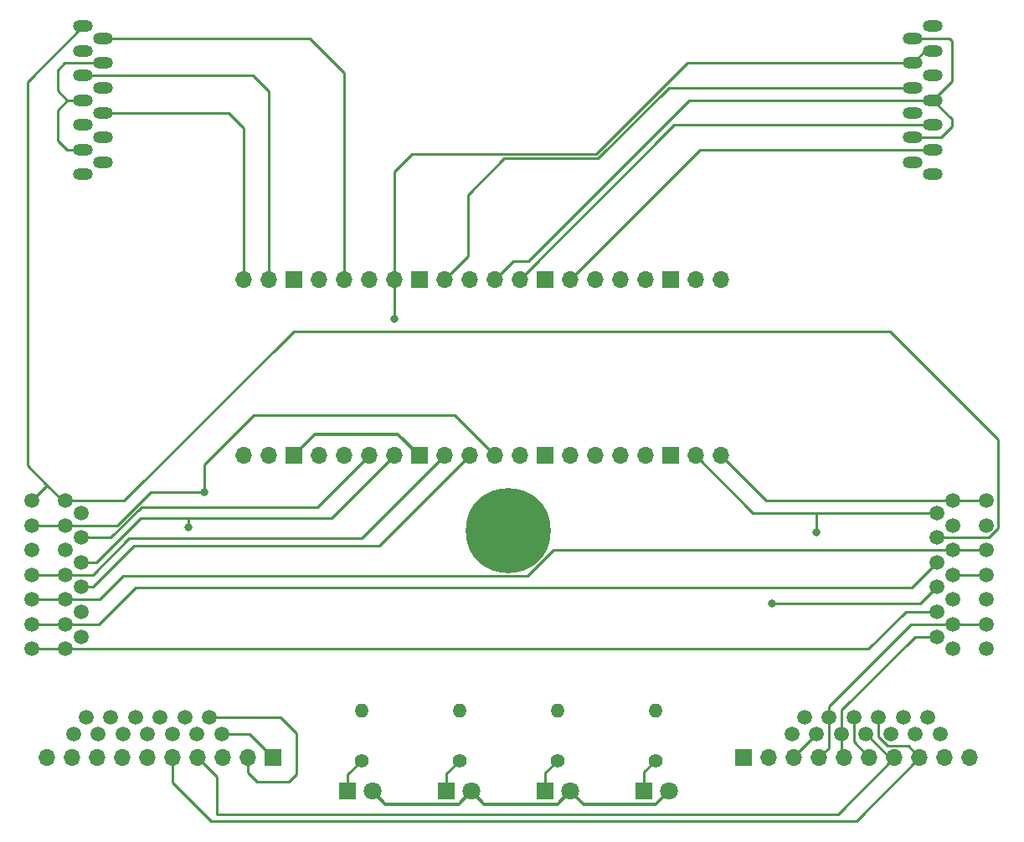
<source format=gtl>
G04 #@! TF.GenerationSoftware,KiCad,Pcbnew,9.0.1-9.0.1-0~ubuntu22.04.1*
G04 #@! TF.CreationDate,2025-04-10T12:51:45-07:00*
G04 #@! TF.ProjectId,kicad_port,6b696361-645f-4706-9f72-742e6b696361,rev?*
G04 #@! TF.SameCoordinates,Original*
G04 #@! TF.FileFunction,Copper,L1,Top*
G04 #@! TF.FilePolarity,Positive*
%FSLAX46Y46*%
G04 Gerber Fmt 4.6, Leading zero omitted, Abs format (unit mm)*
G04 Created by KiCad (PCBNEW 9.0.1-9.0.1-0~ubuntu22.04.1) date 2025-04-10 12:51:45*
%MOMM*%
%LPD*%
G01*
G04 APERTURE LIST*
G04 #@! TA.AperFunction,ComponentPad*
%ADD10O,1.400000X1.400000*%
G04 #@! TD*
G04 #@! TA.AperFunction,ComponentPad*
%ADD11C,1.400000*%
G04 #@! TD*
G04 #@! TA.AperFunction,ComponentPad*
%ADD12O,1.700000X1.700000*%
G04 #@! TD*
G04 #@! TA.AperFunction,ComponentPad*
%ADD13R,1.700000X1.700000*%
G04 #@! TD*
G04 #@! TA.AperFunction,ComponentPad*
%ADD14R,1.800000X1.800000*%
G04 #@! TD*
G04 #@! TA.AperFunction,ComponentPad*
%ADD15C,1.800000*%
G04 #@! TD*
G04 #@! TA.AperFunction,ComponentPad*
%ADD16C,8.600000*%
G04 #@! TD*
G04 #@! TA.AperFunction,ComponentPad*
%ADD17O,2.000000X1.200000*%
G04 #@! TD*
G04 #@! TA.AperFunction,ComponentPad*
%ADD18C,1.511200*%
G04 #@! TD*
G04 #@! TA.AperFunction,ViaPad*
%ADD19C,0.800000*%
G04 #@! TD*
G04 #@! TA.AperFunction,Conductor*
%ADD20C,0.250000*%
G04 #@! TD*
G04 #@! TA.AperFunction,Conductor*
%ADD21C,0.375000*%
G04 #@! TD*
G04 APERTURE END LIST*
D10*
X135128000Y-124206000D03*
D11*
X135128000Y-129286000D03*
D12*
X171450000Y-98425000D03*
X168910000Y-98425000D03*
D13*
X166370000Y-98425000D03*
D12*
X163830000Y-98425000D03*
X161290000Y-98425000D03*
X158750000Y-98425000D03*
X156210000Y-98425000D03*
D13*
X153670000Y-98425000D03*
D12*
X151130000Y-98425000D03*
X148590000Y-98425000D03*
X146050000Y-98425000D03*
X143510000Y-98425000D03*
D13*
X140970000Y-98425000D03*
D12*
X138430000Y-98425000D03*
X135890000Y-98425000D03*
X133350000Y-98425000D03*
X130810000Y-98425000D03*
D13*
X128270000Y-98425000D03*
D12*
X125730000Y-98425000D03*
X123190000Y-98425000D03*
X123190000Y-80645000D03*
X125730000Y-80645000D03*
D13*
X128270000Y-80645000D03*
D12*
X130810000Y-80645000D03*
X133350000Y-80645000D03*
X135890000Y-80645000D03*
X138430000Y-80645000D03*
D13*
X140970000Y-80645000D03*
D12*
X143510000Y-80645000D03*
X146050000Y-80645000D03*
X148590000Y-80645000D03*
X151130000Y-80645000D03*
D13*
X153670000Y-80645000D03*
D12*
X156210000Y-80645000D03*
X158750000Y-80645000D03*
X161290000Y-80645000D03*
X163830000Y-80645000D03*
D13*
X166370000Y-80645000D03*
D12*
X168910000Y-80645000D03*
X171450000Y-80645000D03*
D14*
X133700000Y-132400000D03*
D15*
X136240000Y-132400000D03*
D14*
X143700000Y-132400000D03*
D15*
X146240000Y-132400000D03*
D14*
X153700000Y-132400000D03*
D15*
X156240000Y-132400000D03*
D14*
X163700000Y-132400000D03*
D15*
X166240000Y-132400000D03*
D16*
X150000000Y-106000000D03*
D17*
X192900000Y-55000000D03*
X190900000Y-56250000D03*
X192900000Y-57500000D03*
X190900000Y-58750000D03*
X192900000Y-60000000D03*
X190900000Y-61250000D03*
X192900000Y-62500000D03*
X190900000Y-63750000D03*
X192900000Y-65000000D03*
X190900000Y-66250000D03*
X192900000Y-67500000D03*
X190900000Y-68750000D03*
X192900000Y-70000000D03*
X107000000Y-70000000D03*
X109000000Y-68750000D03*
X107000000Y-67500000D03*
X109000000Y-66250000D03*
X107000000Y-65000000D03*
X109000000Y-63750000D03*
X107000000Y-62500000D03*
X109000000Y-61250000D03*
X107000000Y-60000000D03*
X109000000Y-58750000D03*
X107000000Y-57500000D03*
X109000000Y-56250000D03*
X107000000Y-55000000D03*
D18*
X198300000Y-103000000D03*
X194950000Y-103000000D03*
X193300000Y-104250000D03*
X198300000Y-105500000D03*
X194950000Y-105500000D03*
X193300000Y-106750000D03*
X198300000Y-108000000D03*
X194950000Y-108000000D03*
X193300000Y-109250000D03*
X198300000Y-110500000D03*
X194950000Y-110500000D03*
X193300000Y-111750000D03*
X198300000Y-113000000D03*
X194950000Y-113000000D03*
X193300000Y-114250000D03*
X198300000Y-115500000D03*
X194950000Y-115500000D03*
X193300000Y-116750000D03*
X198300000Y-118000000D03*
X194950000Y-118000000D03*
X101800000Y-118000000D03*
X105150000Y-118000000D03*
X106800000Y-116750000D03*
X101800000Y-115500000D03*
X105150000Y-115500000D03*
X106800000Y-114250000D03*
X101800000Y-113000000D03*
X105150000Y-113000000D03*
X106800000Y-111750000D03*
X101800000Y-110500000D03*
X105150000Y-110500000D03*
X106800000Y-109250000D03*
X101800000Y-108000000D03*
X105150000Y-108000000D03*
X106800000Y-106750000D03*
X101800000Y-105500000D03*
X105150000Y-105500000D03*
X106800000Y-104250000D03*
X101800000Y-103000000D03*
X105150000Y-103000000D03*
D13*
X173800000Y-129000000D03*
D12*
X176340000Y-129000000D03*
X178880000Y-129000000D03*
X181420000Y-129000000D03*
X183960000Y-129000000D03*
X186500000Y-129000000D03*
X189040000Y-129000000D03*
X191580000Y-129000000D03*
X194120000Y-129000000D03*
X196660000Y-129000000D03*
D13*
X126200000Y-129000000D03*
D12*
X123660000Y-129000000D03*
X121120000Y-129000000D03*
X118580000Y-129000000D03*
X116040000Y-129000000D03*
X113500000Y-129000000D03*
X110960000Y-129000000D03*
X108420000Y-129000000D03*
X105880000Y-129000000D03*
X103340000Y-129000000D03*
D11*
X154940000Y-129286000D03*
D10*
X154940000Y-124206000D03*
D18*
X178657000Y-126590000D03*
X179907000Y-124940000D03*
X181157000Y-126590000D03*
X182407000Y-124940000D03*
X183657000Y-126590000D03*
X184907000Y-124940000D03*
X186157000Y-126590000D03*
X187407000Y-124940000D03*
X188657000Y-126590000D03*
X189907000Y-124940000D03*
X191157000Y-126590000D03*
X192407000Y-124940000D03*
X193657000Y-126590000D03*
X106013000Y-126590000D03*
X107263000Y-124940000D03*
X108513000Y-126590000D03*
X109763000Y-124940000D03*
X111013000Y-126590000D03*
X112263000Y-124940000D03*
X113513000Y-126590000D03*
X114763000Y-124940000D03*
X116013000Y-126590000D03*
X117263000Y-124940000D03*
X118513000Y-126590000D03*
X119763000Y-124940000D03*
X121013000Y-126590000D03*
D11*
X145034000Y-129286000D03*
D10*
X145034000Y-124206000D03*
D11*
X164840000Y-129286000D03*
D10*
X164840000Y-124206000D03*
D19*
X176657000Y-113411000D03*
X117602000Y-105664000D03*
X119253000Y-102108000D03*
X138430000Y-84582000D03*
X181102000Y-106172000D03*
D20*
X156210000Y-80645000D02*
X169355000Y-67500000D01*
X169355000Y-67500000D02*
X192900000Y-67500000D01*
X151130000Y-80645000D02*
X166775000Y-65000000D01*
X166775000Y-65000000D02*
X192900000Y-65000000D01*
X119253000Y-102108000D02*
X119253000Y-99314000D01*
X119253000Y-99314000D02*
X124206000Y-94361000D01*
X124206000Y-94361000D02*
X144526000Y-94361000D01*
X144526000Y-94361000D02*
X148590000Y-98425000D01*
D21*
X128270000Y-98425000D02*
X130429000Y-96266000D01*
X130429000Y-96266000D02*
X138811000Y-96266000D01*
X138811000Y-96266000D02*
X140970000Y-98425000D01*
D20*
X105150000Y-113000000D02*
X108615000Y-113000000D01*
X194950000Y-108000000D02*
X154542152Y-108000000D01*
X154542152Y-108000000D02*
X151916152Y-110626000D01*
X151916152Y-110626000D02*
X110989000Y-110626000D01*
X110989000Y-110626000D02*
X108615000Y-113000000D01*
X193300000Y-109250000D02*
X190790000Y-111760000D01*
X190790000Y-111760000D02*
X112268000Y-111760000D01*
X112268000Y-111760000D02*
X108528000Y-115500000D01*
X108528000Y-115500000D02*
X105150000Y-115500000D01*
X176657000Y-113411000D02*
X191639000Y-113411000D01*
X191639000Y-113411000D02*
X193300000Y-111750000D01*
X119253000Y-102108000D02*
X113789190Y-102108000D01*
X113789190Y-102108000D02*
X110397190Y-105500000D01*
X110397190Y-105500000D02*
X105150000Y-105500000D01*
X117602000Y-105664000D02*
X117602000Y-104775000D01*
X112777821Y-104775000D02*
X117602000Y-104775000D01*
X106800000Y-109250000D02*
X108302821Y-109250000D01*
X108302821Y-109250000D02*
X112777821Y-104775000D01*
X117602000Y-104775000D02*
X132080000Y-104775000D01*
X132080000Y-104775000D02*
X138430000Y-98425000D01*
X105150000Y-110500000D02*
X107939999Y-110500000D01*
X107939999Y-110500000D02*
X111632999Y-106807000D01*
X111632999Y-106807000D02*
X135128000Y-106807000D01*
X135128000Y-106807000D02*
X143510000Y-98425000D01*
X106800000Y-111750000D02*
X107960000Y-111750000D01*
X107960000Y-111750000D02*
X112141000Y-107569000D01*
X112141000Y-107569000D02*
X136906000Y-107569000D01*
X136906000Y-107569000D02*
X146050000Y-98425000D01*
X106800000Y-106750000D02*
X109785000Y-106750000D01*
X109785000Y-106750000D02*
X112903000Y-103632000D01*
X112903000Y-103632000D02*
X130683000Y-103632000D01*
X130683000Y-103632000D02*
X135890000Y-98425000D01*
X123660000Y-129000000D02*
X123660000Y-130518000D01*
X123660000Y-130518000D02*
X124587000Y-131445000D01*
X124587000Y-131445000D02*
X127762000Y-131445000D01*
X127762000Y-131445000D02*
X128524000Y-130683000D01*
X128524000Y-130683000D02*
X128524000Y-126492000D01*
X128524000Y-126492000D02*
X126972000Y-124940000D01*
X126972000Y-124940000D02*
X119763000Y-124940000D01*
X105150000Y-118000000D02*
X186419000Y-118000000D01*
X186419000Y-118000000D02*
X190169000Y-114250000D01*
X190169000Y-114250000D02*
X193300000Y-114250000D01*
D21*
X146240000Y-132400000D02*
X144951500Y-133688500D01*
X144951500Y-133688500D02*
X137528500Y-133688500D01*
X137528500Y-133688500D02*
X136240000Y-132400000D01*
D20*
X138430000Y-80645000D02*
X138430000Y-84582000D01*
X105150000Y-103000000D02*
X111122000Y-103000000D01*
X111122000Y-103000000D02*
X128270000Y-85852000D01*
X128270000Y-85852000D02*
X188595000Y-85852000D01*
X188595000Y-85852000D02*
X199517000Y-96774000D01*
X199517000Y-96774000D02*
X199517000Y-105812614D01*
X199517000Y-105812614D02*
X198579614Y-106750000D01*
X198579614Y-106750000D02*
X193300000Y-106750000D01*
X181102000Y-106172000D02*
X181102000Y-104250000D01*
X174735000Y-104250000D02*
X181102000Y-104250000D01*
X193300000Y-116750000D02*
X191098000Y-116750000D01*
X191098000Y-116750000D02*
X183657000Y-124191000D01*
X183657000Y-124191000D02*
X183657000Y-126590000D01*
X194950000Y-115500000D02*
X190697000Y-115500000D01*
X190697000Y-115500000D02*
X182407000Y-123790000D01*
X182407000Y-123790000D02*
X182407000Y-124940000D01*
X198300000Y-115500000D02*
X194950000Y-115500000D01*
X189040000Y-129000000D02*
X183293000Y-134747000D01*
X183293000Y-134747000D02*
X120523000Y-134747000D01*
X120523000Y-134747000D02*
X120523000Y-130943000D01*
X120523000Y-130943000D02*
X118580000Y-129000000D01*
X191580000Y-129000000D02*
X185198000Y-135382000D01*
X185198000Y-135382000D02*
X119888000Y-135382000D01*
X119888000Y-135382000D02*
X116040000Y-131534000D01*
X116040000Y-131534000D02*
X116040000Y-129000000D01*
X192900000Y-62500000D02*
X168259000Y-62500000D01*
X168259000Y-62500000D02*
X152019000Y-78740000D01*
X152019000Y-78740000D02*
X150495000Y-78740000D01*
X150495000Y-78740000D02*
X148590000Y-80645000D01*
X190900000Y-61250000D02*
X166209810Y-61250000D01*
X166209810Y-61250000D02*
X159063810Y-68396000D01*
X145866000Y-78289000D02*
X143510000Y-80645000D01*
X159063810Y-68396000D02*
X149536000Y-68396000D01*
X149536000Y-68396000D02*
X145866000Y-72066000D01*
X145866000Y-72066000D02*
X145866000Y-78289000D01*
X190900000Y-58750000D02*
X168072000Y-58750000D01*
X168072000Y-58750000D02*
X158877000Y-67945000D01*
X158877000Y-67945000D02*
X140208000Y-67945000D01*
X140208000Y-67945000D02*
X138430000Y-69723000D01*
X138430000Y-69723000D02*
X138430000Y-80645000D01*
X194950000Y-108000000D02*
X198300000Y-108000000D01*
X194950000Y-103000000D02*
X198300000Y-103000000D01*
X192900000Y-62500000D02*
X192929000Y-62500000D01*
X192929000Y-62500000D02*
X194818000Y-64389000D01*
X194818000Y-64389000D02*
X194818000Y-65151000D01*
X194818000Y-65151000D02*
X193719000Y-66250000D01*
X193719000Y-66250000D02*
X190900000Y-66250000D01*
X190900000Y-56250000D02*
X194553000Y-56250000D01*
X194553000Y-56250000D02*
X194818000Y-56515000D01*
X194818000Y-56515000D02*
X194818000Y-60582000D01*
X194818000Y-60582000D02*
X192900000Y-62500000D01*
X168910000Y-98425000D02*
X174735000Y-104250000D01*
X181102000Y-104250000D02*
X193300000Y-104250000D01*
X171450000Y-98425000D02*
X176025000Y-103000000D01*
X176025000Y-103000000D02*
X194950000Y-103000000D01*
X101800000Y-110500000D02*
X105150000Y-110500000D01*
X101800000Y-105500000D02*
X105150000Y-105500000D01*
X101800000Y-115500000D02*
X105150000Y-115500000D01*
X105150000Y-103000000D02*
X104905000Y-103000000D01*
X104905000Y-103000000D02*
X103352500Y-101447500D01*
X107000000Y-55000000D02*
X101346000Y-60654000D01*
X101346000Y-60654000D02*
X101346000Y-99441000D01*
X101346000Y-99441000D02*
X103352500Y-101447500D01*
X133700000Y-132400000D02*
X133700000Y-130714000D01*
X133700000Y-130714000D02*
X135128000Y-129286000D01*
D21*
X166240000Y-132400000D02*
X164914500Y-133725500D01*
X157565500Y-133725500D02*
X156240000Y-132400000D01*
X154951500Y-133688500D02*
X156240000Y-132400000D01*
X147528500Y-133688500D02*
X154951500Y-133688500D01*
X146240000Y-132400000D02*
X147528500Y-133688500D01*
X164914500Y-133725500D02*
X157565500Y-133725500D01*
D20*
X143700000Y-132400000D02*
X143700000Y-130620000D01*
X143700000Y-130620000D02*
X145034000Y-129286000D01*
X153700000Y-132400000D02*
X153700000Y-130526000D01*
X153700000Y-130526000D02*
X154940000Y-129286000D01*
X163700000Y-130426000D02*
X164840000Y-129286000D01*
X163700000Y-132400000D02*
X163700000Y-130426000D01*
X107000000Y-62500000D02*
X105394000Y-62500000D01*
X105394000Y-62500000D02*
X104394000Y-63500000D01*
X104394000Y-61500000D02*
X105394000Y-62500000D01*
X104394000Y-63500000D02*
X104394000Y-66548000D01*
X104394000Y-66548000D02*
X105346000Y-67500000D01*
X105346000Y-67500000D02*
X107000000Y-67500000D01*
X105080000Y-58750000D02*
X104394000Y-59436000D01*
X104394000Y-59436000D02*
X104394000Y-61500000D01*
X109000000Y-58750000D02*
X105080000Y-58750000D01*
X192900000Y-65000000D02*
X193397000Y-65000000D01*
X105150000Y-118000000D02*
X101800000Y-118000000D01*
X194950000Y-110500000D02*
X198300000Y-110500000D01*
X129910000Y-56250000D02*
X109000000Y-56250000D01*
X133350000Y-80645000D02*
X133350000Y-59690000D01*
X133350000Y-59690000D02*
X129910000Y-56250000D01*
X190404000Y-127824000D02*
X191580000Y-129000000D01*
X192150000Y-57500000D02*
X190900000Y-58750000D01*
X192900000Y-57500000D02*
X192150000Y-57500000D01*
X187407000Y-124940000D02*
X187407000Y-126869614D01*
X187407000Y-126869614D02*
X188361386Y-127824000D01*
X188361386Y-127824000D02*
X190404000Y-127824000D01*
X103352500Y-101447500D02*
X101800000Y-103000000D01*
X124135000Y-60000000D02*
X125730000Y-61595000D01*
X107000000Y-60000000D02*
X124135000Y-60000000D01*
X125730000Y-61595000D02*
X125730000Y-80645000D01*
X121662000Y-63750000D02*
X123190000Y-65278000D01*
X105150000Y-113000000D02*
X101800000Y-113000000D01*
X123190000Y-65278000D02*
X123190000Y-80645000D01*
X109000000Y-63750000D02*
X121662000Y-63750000D01*
X178880000Y-128867000D02*
X178880000Y-129000000D01*
X181157000Y-126590000D02*
X178880000Y-128867000D01*
X183657000Y-128697000D02*
X183657000Y-126590000D01*
X183960000Y-129000000D02*
X183657000Y-128697000D01*
X181420000Y-129000000D02*
X182407000Y-128013000D01*
X182407000Y-128013000D02*
X182407000Y-124940000D01*
X186500000Y-129000000D02*
X184907000Y-127407000D01*
X184907000Y-127407000D02*
X184907000Y-124940000D01*
X126200000Y-129000000D02*
X123790000Y-126590000D01*
X123790000Y-126590000D02*
X121013000Y-126590000D01*
X188567000Y-129000000D02*
X189040000Y-129000000D01*
X186157000Y-126590000D02*
X188567000Y-129000000D01*
M02*

</source>
